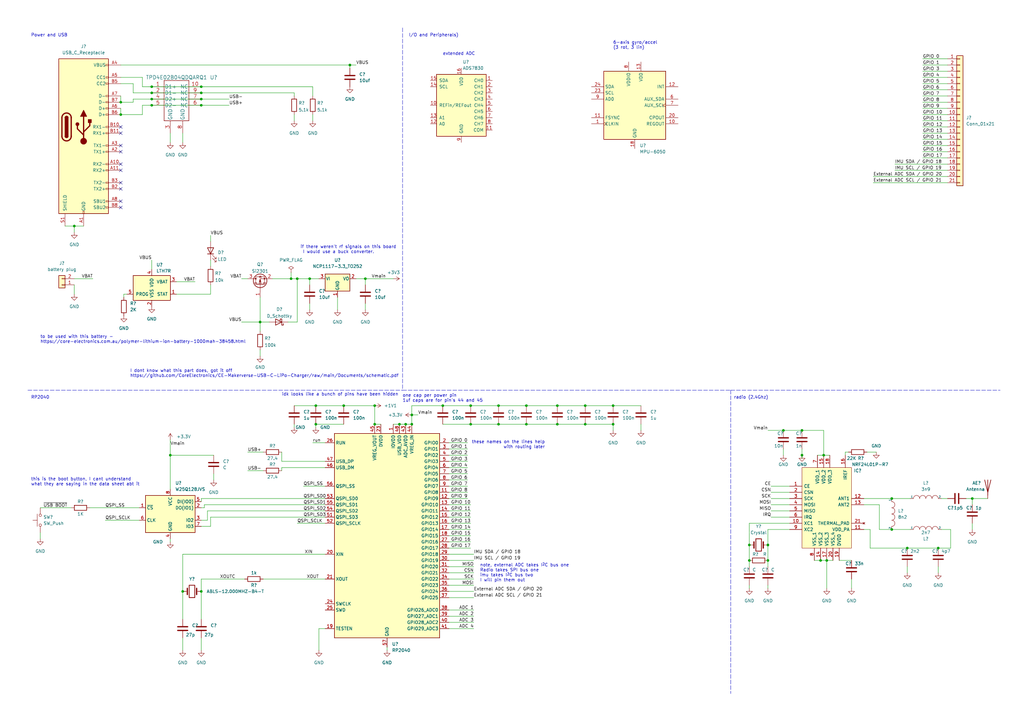
<source format=kicad_sch>
(kicad_sch (version 20211123) (generator eeschema)
  (paper "A3")
  (title_block (title "main"))
  (junction (at 337.82 186.69))
  (junction (at 240.03 173.99))
  (junction (at 204.47 166.37))
  (junction (at 372.11 224.79))
  (junction (at 328.93 186.69))
  (junction (at 163.83 173.99))
  (junction (at 62.23 35.56))
  (junction (at 193.04 166.37))
  (junction (at 143.51 26.67))
  (junction (at 129.54 173.99))
  (junction (at 307.34 229.87))
  (junction (at 168.91 173.99))
  (junction (at 69.85 186.69))
  (junction (at 251.46 166.37))
  (junction (at 168.91 170.18))
  (junction (at 149.86 114.3))
  (junction (at 30.48 92.71))
  (junction (at 328.93 176.53))
  (junction (at 121.92 114.3))
  (junction (at 398.78 204.47))
  (junction (at 62.23 40.64))
  (junction (at 336.55 229.87))
  (junction (at 365.76 204.47))
  (junction (at 204.47 173.99))
  (junction (at 127 114.3))
  (junction (at 307.34 223.52))
  (junction (at 119.38 114.3))
  (junction (at 49.53 41.91))
  (junction (at 240.03 166.37))
  (junction (at 153.67 173.99))
  (junction (at 228.6 173.99))
  (junction (at 215.9 166.37))
  (junction (at 129.54 166.37))
  (junction (at 228.6 166.37))
  (junction (at 314.96 229.87))
  (junction (at 49.53 46.99))
  (junction (at 181.61 166.37))
  (junction (at 166.37 173.99))
  (junction (at 140.97 166.37))
  (junction (at 82.55 40.64))
  (junction (at 314.96 223.52))
  (junction (at 74.93 242.57))
  (junction (at 365.76 217.17))
  (junction (at 153.67 166.37))
  (junction (at 106.68 132.08))
  (junction (at 251.46 173.99))
  (junction (at 82.55 242.57))
  (junction (at 339.09 229.87))
  (junction (at 193.04 173.99))
  (junction (at 82.55 35.56))
  (junction (at 321.31 176.53))
  (junction (at 215.9 173.99))
  (junction (at 82.55 43.18))
  (junction (at 384.81 224.79))
  (junction (at 62.23 43.18))
  (junction (at 82.55 38.1))
  (junction (at 62.23 38.1))
  (no_connect (at 49.53 54.61))
  (no_connect (at 49.53 52.07))
  (no_connect (at 49.53 74.93))
  (no_connect (at 49.53 77.47))
  (no_connect (at 49.53 85.09))
  (no_connect (at 49.53 82.55))
  (no_connect (at 49.53 67.31))
  (no_connect (at 49.53 69.85))
  (no_connect (at 49.53 59.69))
  (no_connect (at 49.53 62.23))
  (wire (pts (xy 168.91 173.99) (xy 168.91 170.18)))
  (wire (pts (xy 365.76 204.47) (xy 373.38 204.47)))
  (wire (pts (xy 184.15 242.57) (xy 194.31 242.57)))
  (wire (pts (xy 307.34 241.3) (xy 307.34 240.03)))
  (wire (pts (xy 121.92 114.3) (xy 127 114.3)))
  (wire (pts (xy 355.6 185.42) (xy 359.41 185.42)))
  (wire (pts (xy 316.23 199.39) (xy 323.85 199.39)))
  (polyline (pts (xy 165.1 11.43) (xy 165.1 160.02)))
  (wire (pts (xy 82.55 261.62) (xy 82.55 266.7)))
  (wire (pts (xy 30.48 92.71) (xy 30.48 95.25)))
  (wire (pts (xy 168.91 166.37) (xy 181.61 166.37)))
  (wire (pts (xy 184.15 214.63) (xy 193.04 214.63)))
  (wire (pts (xy 184.15 189.23) (xy 191.77 189.23)))
  (wire (pts (xy 120.65 49.53) (xy 120.65 46.99)))
  (wire (pts (xy 101.6 185.42) (xy 107.95 185.42)))
  (wire (pts (xy 86.36 212.09) (xy 133.35 212.09)))
  (wire (pts (xy 121.92 214.63) (xy 133.35 214.63)))
  (wire (pts (xy 99.06 132.08) (xy 106.68 132.08)))
  (wire (pts (xy 398.78 204.47) (xy 398.78 207.01)))
  (wire (pts (xy 335.28 186.69) (xy 337.82 186.69)))
  (wire (pts (xy 378.46 36.83) (xy 388.62 36.83)))
  (wire (pts (xy 367.03 69.85) (xy 388.62 69.85)))
  (wire (pts (xy 184.15 209.55) (xy 193.04 209.55)))
  (wire (pts (xy 184.15 227.33) (xy 194.31 227.33)))
  (wire (pts (xy 153.67 166.37) (xy 140.97 166.37)))
  (wire (pts (xy 82.55 213.36) (xy 85.09 213.36)))
  (wire (pts (xy 62.23 35.56) (xy 82.55 35.56)))
  (wire (pts (xy 82.55 38.1) (xy 120.65 38.1)))
  (wire (pts (xy 184.15 217.17) (xy 193.04 217.17)))
  (wire (pts (xy 128.27 49.53) (xy 128.27 46.99)))
  (wire (pts (xy 62.23 106.68) (xy 62.23 110.49)))
  (wire (pts (xy 184.15 257.81) (xy 194.31 257.81)))
  (wire (pts (xy 16.51 208.28) (xy 29.21 208.28)))
  (wire (pts (xy 307.34 223.52) (xy 307.34 229.87)))
  (wire (pts (xy 314.96 229.87) (xy 314.96 232.41)))
  (wire (pts (xy 168.91 170.18) (xy 171.45 170.18)))
  (wire (pts (xy 215.9 166.37) (xy 228.6 166.37)))
  (wire (pts (xy 82.55 35.56) (xy 128.27 35.56)))
  (wire (pts (xy 360.68 217.17) (xy 365.76 217.17)))
  (polyline (pts (xy 299.72 160.02) (xy 299.72 284.48)))
  (wire (pts (xy 354.33 204.47) (xy 365.76 204.47)))
  (wire (pts (xy 307.34 229.87) (xy 307.34 232.41)))
  (wire (pts (xy 149.86 124.46) (xy 149.86 127)))
  (wire (pts (xy 240.03 166.37) (xy 251.46 166.37)))
  (wire (pts (xy 378.46 26.67) (xy 388.62 26.67)))
  (wire (pts (xy 86.36 96.52) (xy 86.36 99.06)))
  (wire (pts (xy 119.38 114.3) (xy 121.92 114.3)))
  (wire (pts (xy 184.15 229.87) (xy 194.31 229.87)))
  (wire (pts (xy 204.47 166.37) (xy 215.9 166.37)))
  (wire (pts (xy 168.91 170.18) (xy 168.91 166.37)))
  (wire (pts (xy 127 114.3) (xy 130.81 114.3)))
  (wire (pts (xy 358.14 74.93) (xy 388.62 74.93)))
  (wire (pts (xy 184.15 224.79) (xy 193.04 224.79)))
  (wire (pts (xy 336.55 229.87) (xy 339.09 229.87)))
  (polyline (pts (xy 11.43 160.02) (xy 165.1 160.02)))
  (wire (pts (xy 54.61 41.91) (xy 54.61 40.64)))
  (wire (pts (xy 138.43 127) (xy 138.43 121.92)))
  (wire (pts (xy 69.85 220.98) (xy 69.85 222.25)))
  (wire (pts (xy 120.65 166.37) (xy 129.54 166.37)))
  (wire (pts (xy 129.54 173.99) (xy 129.54 175.26)))
  (wire (pts (xy 82.55 205.74) (xy 82.55 204.47)))
  (wire (pts (xy 240.03 173.99) (xy 251.46 173.99)))
  (wire (pts (xy 82.55 40.64) (xy 93.98 40.64)))
  (wire (pts (xy 215.9 173.99) (xy 228.6 173.99)))
  (wire (pts (xy 184.15 250.19) (xy 194.31 250.19)))
  (wire (pts (xy 49.53 39.37) (xy 49.53 41.91)))
  (wire (pts (xy 161.29 173.99) (xy 163.83 173.99)))
  (wire (pts (xy 228.6 173.99) (xy 240.03 173.99)))
  (wire (pts (xy 115.57 191.77) (xy 115.57 193.04)))
  (wire (pts (xy 120.65 38.1) (xy 120.65 39.37)))
  (wire (pts (xy 378.46 39.37) (xy 388.62 39.37)))
  (wire (pts (xy 181.61 166.37) (xy 193.04 166.37)))
  (wire (pts (xy 356.87 217.17) (xy 356.87 224.79)))
  (wire (pts (xy 398.78 204.47) (xy 405.13 204.47)))
  (wire (pts (xy 36.83 208.28) (xy 57.15 208.28)))
  (wire (pts (xy 184.15 219.71) (xy 193.04 219.71)))
  (wire (pts (xy 398.78 214.63) (xy 398.78 217.17)))
  (wire (pts (xy 62.23 40.64) (xy 82.55 40.64)))
  (wire (pts (xy 38.1 114.3) (xy 30.48 114.3)))
  (wire (pts (xy 184.15 207.01) (xy 193.04 207.01)))
  (wire (pts (xy 82.55 237.49) (xy 100.33 237.49)))
  (wire (pts (xy 129.54 166.37) (xy 140.97 166.37)))
  (wire (pts (xy 349.25 241.3) (xy 349.25 237.49)))
  (wire (pts (xy 74.93 261.62) (xy 74.93 266.7)))
  (wire (pts (xy 360.68 207.01) (xy 360.68 217.17)))
  (wire (pts (xy 106.68 132.08) (xy 110.49 132.08)))
  (wire (pts (xy 184.15 212.09) (xy 193.04 212.09)))
  (wire (pts (xy 119.38 111.76) (xy 119.38 114.3)))
  (wire (pts (xy 86.36 215.9) (xy 86.36 212.09)))
  (wire (pts (xy 74.93 58.42) (xy 74.93 54.61)))
  (wire (pts (xy 184.15 252.73) (xy 194.31 252.73)))
  (wire (pts (xy 86.36 116.84) (xy 86.36 120.65)))
  (wire (pts (xy 181.61 173.99) (xy 193.04 173.99)))
  (wire (pts (xy 128.27 181.61) (xy 133.35 181.61)))
  (wire (pts (xy 314.96 223.52) (xy 314.96 217.17)))
  (wire (pts (xy 328.93 186.69) (xy 328.93 187.96)))
  (wire (pts (xy 386.08 217.17) (xy 389.89 217.17)))
  (wire (pts (xy 328.93 184.15) (xy 328.93 186.69)))
  (wire (pts (xy 127 114.3) (xy 127 116.84)))
  (wire (pts (xy 130.81 266.7) (xy 130.81 257.81)))
  (wire (pts (xy 372.11 232.41) (xy 372.11 234.95)))
  (wire (pts (xy 193.04 173.99) (xy 204.47 173.99)))
  (wire (pts (xy 228.6 166.37) (xy 240.03 166.37)))
  (wire (pts (xy 344.17 229.87) (xy 349.25 229.87)))
  (wire (pts (xy 328.93 176.53) (xy 337.82 176.53)))
  (wire (pts (xy 323.85 214.63) (xy 307.34 214.63)))
  (wire (pts (xy 115.57 189.23) (xy 115.57 185.42)))
  (wire (pts (xy 337.82 176.53) (xy 337.82 186.69)))
  (wire (pts (xy 184.15 191.77) (xy 191.77 191.77)))
  (wire (pts (xy 163.83 173.99) (xy 166.37 173.99)))
  (wire (pts (xy 307.34 214.63) (xy 307.34 223.52)))
  (wire (pts (xy 184.15 222.25) (xy 193.04 222.25)))
  (wire (pts (xy 82.55 242.57) (xy 82.55 254)))
  (wire (pts (xy 378.46 52.07) (xy 388.62 52.07)))
  (wire (pts (xy 58.42 43.18) (xy 58.42 46.99)))
  (wire (pts (xy 378.46 24.13) (xy 388.62 24.13)))
  (wire (pts (xy 346.71 186.69) (xy 346.71 185.42)))
  (wire (pts (xy 378.46 34.29) (xy 388.62 34.29)))
  (wire (pts (xy 346.71 185.42) (xy 347.98 185.42)))
  (wire (pts (xy 365.76 217.17) (xy 373.38 217.17)))
  (wire (pts (xy 184.15 194.31) (xy 191.77 194.31)))
  (wire (pts (xy 133.35 189.23) (xy 115.57 189.23)))
  (wire (pts (xy 62.23 43.18) (xy 82.55 43.18)))
  (wire (pts (xy 358.14 72.39) (xy 388.62 72.39)))
  (wire (pts (xy 166.37 173.99) (xy 168.91 173.99)))
  (wire (pts (xy 30.48 116.84) (xy 30.48 120.65)))
  (wire (pts (xy 378.46 57.15) (xy 388.62 57.15)))
  (wire (pts (xy 396.24 204.47) (xy 398.78 204.47)))
  (wire (pts (xy 316.23 209.55) (xy 323.85 209.55)))
  (wire (pts (xy 354.33 217.17) (xy 356.87 217.17)))
  (wire (pts (xy 378.46 31.75) (xy 388.62 31.75)))
  (wire (pts (xy 107.95 237.49) (xy 133.35 237.49)))
  (wire (pts (xy 82.55 208.28) (xy 83.82 208.28)))
  (wire (pts (xy 133.35 191.77) (xy 115.57 191.77)))
  (wire (pts (xy 143.51 26.67) (xy 146.05 26.67)))
  (wire (pts (xy 251.46 166.37) (xy 262.89 166.37)))
  (wire (pts (xy 153.67 173.99) (xy 153.67 166.37)))
  (wire (pts (xy 184.15 186.69) (xy 191.77 186.69)))
  (wire (pts (xy 111.76 114.3) (xy 119.38 114.3)))
  (wire (pts (xy 34.29 92.71) (xy 30.48 92.71)))
  (wire (pts (xy 74.93 227.33) (xy 74.93 242.57)))
  (wire (pts (xy 386.08 204.47) (xy 388.62 204.47)))
  (wire (pts (xy 129.54 173.99) (xy 140.97 173.99)))
  (wire (pts (xy 378.46 64.77) (xy 388.62 64.77)))
  (wire (pts (xy 85.09 213.36) (xy 85.09 209.55)))
  (wire (pts (xy 314.96 176.53) (xy 321.31 176.53)))
  (wire (pts (xy 69.85 180.34) (xy 69.85 186.69)))
  (wire (pts (xy 316.23 201.93) (xy 323.85 201.93)))
  (wire (pts (xy 384.81 224.79) (xy 389.89 224.79)))
  (wire (pts (xy 339.09 229.87) (xy 339.09 241.3)))
  (wire (pts (xy 106.68 143.51) (xy 106.68 146.05)))
  (polyline (pts (xy 165.1 160.02) (xy 299.72 160.02)))
  (wire (pts (xy 314.96 241.3) (xy 314.96 240.03)))
  (wire (pts (xy 124.46 199.39) (xy 133.35 199.39)))
  (wire (pts (xy 26.67 92.71) (xy 30.48 92.71)))
  (wire (pts (xy 82.55 215.9) (xy 86.36 215.9)))
  (wire (pts (xy 143.51 26.67) (xy 143.51 27.94)))
  (wire (pts (xy 49.53 31.75) (xy 58.42 31.75)))
  (wire (pts (xy 72.39 120.65) (xy 86.36 120.65)))
  (wire (pts (xy 262.89 173.99) (xy 262.89 176.53)))
  (wire (pts (xy 72.39 115.57) (xy 80.01 115.57)))
  (wire (pts (xy 378.46 46.99) (xy 388.62 46.99)))
  (wire (pts (xy 43.18 213.36) (xy 57.15 213.36)))
  (wire (pts (xy 99.06 114.3) (xy 101.6 114.3)))
  (wire (pts (xy 316.23 212.09) (xy 323.85 212.09)))
  (polyline (pts (xy 299.72 160.02) (xy 410.21 160.02)))
  (wire (pts (xy 82.55 237.49) (xy 82.55 242.57)))
  (wire (pts (xy 49.53 44.45) (xy 49.53 46.99)))
  (wire (pts (xy 58.42 46.99) (xy 49.53 46.99)))
  (wire (pts (xy 106.68 132.08) (xy 106.68 135.89)))
  (wire (pts (xy 184.15 201.93) (xy 191.77 201.93)))
  (wire (pts (xy 372.11 224.79) (xy 384.81 224.79)))
  (wire (pts (xy 58.42 35.56) (xy 62.23 35.56)))
  (wire (pts (xy 354.33 207.01) (xy 360.68 207.01)))
  (wire (pts (xy 316.23 207.01) (xy 323.85 207.01)))
  (wire (pts (xy 54.61 34.29) (xy 54.61 38.1)))
  (wire (pts (xy 184.15 237.49) (xy 194.31 237.49)))
  (wire (pts (xy 378.46 44.45) (xy 388.62 44.45)))
  (wire (pts (xy 337.82 186.69) (xy 340.36 186.69)))
  (wire (pts (xy 106.68 121.92) (xy 106.68 132.08)))
  (wire (pts (xy 321.31 184.15) (xy 321.31 186.69)))
  (wire (pts (xy 367.03 67.31) (xy 388.62 67.31)))
  (wire (pts (xy 378.46 49.53) (xy 388.62 49.53)))
  (wire (pts (xy 62.23 38.1) (xy 82.55 38.1)))
  (wire (pts (xy 127 124.46) (xy 127 127)))
  (wire (pts (xy 204.47 173.99) (xy 215.9 173.99)))
  (wire (pts (xy 378.46 54.61) (xy 388.62 54.61)))
  (wire (pts (xy 184.15 245.11) (xy 194.31 245.11)))
  (wire (pts (xy 184.15 234.95) (xy 194.31 234.95)))
  (wire (pts (xy 86.36 106.68) (xy 86.36 109.22)))
  (wire (pts (xy 121.92 114.3) (xy 121.92 132.08)))
  (wire (pts (xy 49.53 34.29) (xy 54.61 34.29)))
  (wire (pts (xy 356.87 224.79) (xy 372.11 224.79)))
  (wire (pts (xy 158.75 265.43) (xy 158.75 266.7)))
  (wire (pts (xy 87.63 186.69) (xy 69.85 186.69)))
  (wire (pts (xy 184.15 184.15) (xy 191.77 184.15)))
  (wire (pts (xy 384.81 232.41) (xy 384.81 234.95)))
  (wire (pts (xy 62.23 43.18) (xy 58.42 43.18)))
  (wire (pts (xy 128.27 35.56) (xy 128.27 39.37)))
  (wire (pts (xy 82.55 43.18) (xy 93.98 43.18)))
  (wire (pts (xy 50.8 120.65) (xy 50.8 121.92)))
  (wire (pts (xy 83.82 207.01) (xy 133.35 207.01)))
  (wire (pts (xy 54.61 38.1) (xy 62.23 38.1)))
  (wire (pts (xy 146.05 114.3) (xy 149.86 114.3)))
  (wire (pts (xy 69.85 58.42) (xy 69.85 54.61)))
  (wire (pts (xy 339.09 229.87) (xy 341.63 229.87)))
  (wire (pts (xy 251.46 173.99) (xy 251.46 176.53)))
  (wire (pts (xy 184.15 240.03) (xy 194.31 240.03)))
  (wire (pts (xy 389.89 217.17) (xy 389.89 224.79)))
  (wire (pts (xy 54.61 40.64) (xy 62.23 40.64)))
  (wire (pts (xy 83.82 208.28) (xy 83.82 207.01)))
  (wire (pts (xy 130.81 257.81) (xy 133.35 257.81)))
  (wire (pts (xy 49.53 26.67) (xy 143.51 26.67)))
  (wire (pts (xy 316.23 204.47) (xy 323.85 204.47)))
  (wire (pts (xy 378.46 62.23) (xy 388.62 62.23)))
  (wire (pts (xy 101.6 193.04) (xy 107.95 193.04)))
  (wire (pts (xy 321.31 176.53) (xy 328.93 176.53)))
  (wire (pts (xy 184.15 232.41) (xy 194.31 232.41)))
  (wire (pts (xy 378.46 41.91) (xy 388.62 41.91)))
  (wire (pts (xy 378.46 59.69) (xy 388.62 59.69)))
  (wire (pts (xy 120.65 173.99) (xy 120.65 175.26)))
  (wire (pts (xy 58.42 31.75) (xy 58.42 35.56)))
  (wire (pts (xy 184.15 255.27) (xy 194.31 255.27)))
  (wire (pts (xy 184.15 196.85) (xy 191.77 196.85)))
  (wire (pts (xy 149.86 114.3) (xy 161.29 114.3)))
  (wire (pts (xy 378.46 29.21) (xy 388.62 29.21)))
  (wire (pts (xy 49.53 41.91) (xy 54.61 41.91)))
  (wire (pts (xy 118.11 132.08) (xy 121.92 132.08)))
  (wire (pts (xy 314.96 223.52) (xy 314.96 229.87)))
  (wire (pts (xy 69.85 186.69) (xy 69.85 200.66)))
  (wire (pts (xy 153.67 173.99) (xy 156.21 173.99)))
  (wire (pts (xy 74.93 242.57) (xy 74.93 254)))
  (wire (pts (xy 82.55 204.47) (xy 133.35 204.47)))
  (wire (pts (xy 184.15 199.39) (xy 191.77 199.39)))
  (wire (pts (xy 149.86 114.3) (xy 149.86 116.84)))
  (wire (pts (xy 184.15 181.61) (xy 191.77 181.61)))
  (wire (pts (xy 85.09 209.55) (xy 133.35 209.55)))
  (wire (pts (xy 334.01 229.87) (xy 336.55 229.87)))
  (wire (pts (xy 133.35 227.33) (xy 74.93 227.33)))
  (wire (pts (xy 87.63 194.31) (xy 87.63 196.85)))
  (wire (pts (xy 52.07 120.65) (xy 50.8 120.65)))
  (wire (pts (xy 16.51 218.44) (xy 16.51 220.98)))
  (wire (pts (xy 314.96 217.17) (xy 323.85 217.17)))
  (wire (pts (xy 184.15 204.47) (xy 191.77 204.47)))
  (wire (pts (xy 193.04 166.37) (xy 204.47 166.37)))
  (text "I dont know what this part does, got it off \nhttps://github.com/CoreElectronics/CE-Makerverse-USB-C-LiPo-Charger/raw/main/Documents/schematic.pdf" (at 53.34 154.94 0) (effects (font (size 1.27 1.27)) (justify left bottom)))
  (text "6-axis gyro/accel \n(3 rot, 3 lin)" (at 251.46 20.32 0) (effects (font (size 1.27 1.27)) (justify left bottom)))
  (text "radio (2.4Ghz)" (at 300.99 163.83 0) (effects (font (size 1.27 1.27)) (justify left bottom)))
  (text "if there weren't rf signals on this board\n I would use a buck converter.\n" (at 123.19 104.14 0) (effects (font (size 1.27 1.27)) (justify left bottom)))
  (text "note, external ADC takes I^{2}C bus one\nRadio takes SPI bus one\nimu takes I^{2}C bus two\nI will pin them out" (at 196.85 238.76 0) (effects (font (size 1.27 1.27)) (justify left bottom)))
  (text "this is the boot button, I cant understand\nwhat they are saying in the data sheet abt it" (at 12.7 199.39 0) (effects (font (size 1.27 1.27)) (justify left bottom)))
  (text "idk looks like a bunch of pins have been hidden\n" (at 115.57 162.56 0) (effects (font (size 1.27 1.27)) (justify left bottom)))
  (text "extended ADC" (at 181.61 22.86 0) (effects (font (size 1.27 1.27)) (justify left bottom)))
  (text "I/O and Peripherals)" (at 167.64 15.24 0) (effects (font (size 1.27 1.27)) (justify left bottom)))
  (text "RP2040" (at 12.7 163.83 0) (effects (font (size 1.27 1.27)) (justify left bottom)))
  (text "these names on the lines help\nwith routing later\n" (at 223.52 184.15 180) (effects (font (size 1.27 1.27)) (justify right bottom)))
  (text "one cap per power pin\n1uf caps are for pin's 44 and 45" (at 165.1 165.1 0) (effects (font (size 1.27 1.27)) (justify left bottom)))
  (text "to be used with this battery -\nhttps://core-electronics.com.au/polymer-lithium-ion-battery-1000mah-38458.html" (at 16.51 140.97 0) (effects (font (size 1.27 1.27)) (justify left bottom)))
  (text "Power and USB " (at 12.7 15.24 0) (effects (font (size 1.27 1.27)) (justify left bottom)))
  (label "VBUS" (at 99.06 132.08 180))
  (label "~{USB BOOT}" (at 17.78 208.28 0))
  (label "VBUS" (at 62.23 106.68 180))
  (label "QSPI_SD0" (at 124.46 204.47 0))
  (label "IRQ" (at 316.23 212.09 180))
  (label "USB+" (at 101.6 185.42 0))
  (label "IMU SDA {slash} GPIO 18" (at 367.03 67.31 0))
  (label "QSPI_SD2" (at 124.46 209.55 0))
  (label "GPIO 11" (at 193.04 209.55 180))
  (label "MOSI" (at 194.31 240.03 180))
  (label "GPIO 3" (at 378.46 29.21 0))
  (label "External ADC SCL {slash} GPIO 21" (at 358.14 74.93 0))
  (label "MOSI" (at 316.23 207.01 180))
  (label "ADC 1" (at 194.31 250.19 180))
  (label "GPIO 17" (at 193.04 224.79 180))
  (label "MISO" (at 316.23 209.55 180))
  (label "QSPI_SCLK" (at 43.18 213.36 0))
  (label "XOUTC" (at 96.52 237.49 180))
  (label "VBUS" (at 146.05 26.67 0))
  (label "GPIO 0" (at 378.46 24.13 0))
  (label "GPIO 9" (at 191.77 204.47 180))
  (label "GPIO 7" (at 378.46 39.37 0))
  (label "VBAT" (at 99.06 114.3 180))
  (label "USB-" (at 101.6 193.04 0))
  (label "GPIO 2" (at 191.77 186.69 180))
  (label "GPIO 0" (at 191.77 181.61 180))
  (label "Vmain" (at 171.45 170.18 0))
  (label "GPIO 5" (at 191.77 194.31 180))
  (label "GPIO 12" (at 193.04 212.09 180))
  (label "SCK" (at 316.23 204.47 180))
  (label "IMU SCL {slash} GPIO 19" (at 194.31 229.87 0))
  (label "XOUT" (at 130.81 237.49 180))
  (label "GPIO 3" (at 191.77 189.23 180))
  (label "GPIO 17" (at 378.46 64.77 0))
  (label "GPIO 14" (at 378.46 57.15 0))
  (label "External ADC SDA {slash} GPIO 20" (at 358.14 72.39 0))
  (label "GPIO 16" (at 193.04 222.25 180))
  (label "GPIO 6" (at 191.77 196.85 180))
  (label "VBAT" (at 80.01 115.57 180))
  (label "GPIO 12" (at 378.46 52.07 0))
  (label "GPIO 5" (at 378.46 34.29 0))
  (label "QSPI_SCLK" (at 121.92 214.63 0))
  (label "QSPI_SD1" (at 124.46 207.01 0))
  (label "SCK" (at 194.31 237.49 180))
  (label "GPIO 8" (at 378.46 41.91 0))
  (label "CSN" (at 194.31 234.95 180))
  (label "CE" (at 316.23 199.39 180))
  (label "USB+" (at 93.98 43.18 0))
  (label "GPIO 14" (at 193.04 217.17 180))
  (label "GPIO 10" (at 193.04 207.01 180))
  (label "MISO" (at 194.31 232.41 180))
  (label "XIN" (at 128.27 227.33 180))
  (label "GPIO 1" (at 191.77 184.15 180))
  (label "GPIO 7" (at 191.77 199.39 180))
  (label "Vmain" (at 314.96 176.53 180))
  (label "GPIO 4" (at 378.46 31.75 0))
  (label "QSPI_SS" (at 124.46 199.39 0))
  (label "GPIO 13" (at 378.46 54.61 0))
  (label "GPIO 6" (at 378.46 36.83 0))
  (label "IMU SDA {slash} GPIO 18" (at 194.31 227.33 0))
  (label "ADC 4" (at 194.31 257.81 180))
  (label "GPIO 9" (at 378.46 44.45 0))
  (label "USB-" (at 93.98 40.64 0))
  (label "VBAT" (at 38.1 114.3 180))
  (label "GPIO 4" (at 191.77 191.77 180))
  (label "GPIO 10" (at 378.46 46.99 0))
  (label "GPIO 11" (at 378.46 49.53 0))
  (label "GPIO 13" (at 193.04 214.63 180))
  (label "GPIO 16" (at 378.46 62.23 0))
  (label "VBUS" (at 86.36 96.52 0))
  (label "GPIO 8" (at 191.77 201.93 180))
  (label "QSPI_SS" (at 43.18 208.28 0))
  (label "Vmain" (at 152.4 114.3 0))
  (label "ADC 2" (at 194.31 252.73 180))
  (label "GPIO 1" (at 378.46 26.67 0))
  (label "ADC 3" (at 194.31 255.27 180))
  (label "Vmain" (at 69.85 182.88 0))
  (label "External ADC SDA {slash} GPIO 20" (at 194.31 242.57 0))
  (label "QSPI_SD3" (at 124.46 212.09 0))
  (label "GPIO 15" (at 193.04 219.71 180))
  (label "run" (at 128.27 181.61 0))
  (label "External ADC SCL {slash} GPIO 21" (at 194.31 245.11 0))
  (label "CSN" (at 316.23 201.93 180))
  (label "GPIO 15" (at 378.46 59.69 0))
  (label "IMU SCL {slash} GPIO 19" (at 367.03 69.85 0))
  (symbol (lib_id "Regulator_Linear:NCP1117-3.3_TO252") (at 138.43 114.3 0) (unit 1)
    (property "Reference" "U?" (at 138.43 106.68 0))
    (property "Value" "NCP1117-3.3_TO252" (at 138.43 109.22 0))
    (property "Footprint" "Package_TO_SOT_SMD:TO-252-2" (effects hide))
    (property "Datasheet" "http://www.onsemi.com/pub_link/Collateral/NCP1117-D.PDF" (effects hide))
  )
  (symbol (lib_id "Device:C") (at 251.46 170.18 0) (unit 1)
    (property "Reference" "C?" (at 255.27 168.9099 0) (effects (justify left)))
    (property "Value" "100n" (at 255.27 171.4499 0) (effects (justify left)))
  )
  (symbol (lib_id "Device:C") (at 120.65 170.18 0) (unit 1)
    (property "Reference" "C?" (at 124.46 168.9099 0) (effects (justify left)))
    (property "Value" "1u" (at 124.46 171.4499 0) (effects (justify left)))
  )
  (symbol (lib_id "power:GND") (at 384.81 234.95 0) (unit 1)
    (property "Reference" "#PWR?" (effects hide))
    (property "Value" "GND" (at 384.81 240.03 0))
  )
  (symbol (lib_id "power:GND") (at 87.63 196.85 0) (unit 1)
    (property "Reference" "#PWR?" (effects hide))
    (property "Value" "GND" (at 87.63 201.93 0))
  )
  (symbol (lib_id "Device:C") (at 140.97 170.18 0) (unit 1)
    (property "Reference" "C?" (at 144.78 168.9099 0) (effects (justify left)))
    (property "Value" "100n" (at 144.78 171.4499 0) (effects (justify left)))
  )
  (symbol (lib_id "Device:C") (at 143.51 31.75 0) (unit 1)
    (property "Reference" "C?" (at 147.32 30.4799 0) (effects (justify left)))
    (property "Value" "10uf" (at 147.32 33.0199 0) (effects (justify left)))
  )
  (symbol (lib_id "power:GND") (at 69.85 222.25 0) (unit 1)
    (property "Reference" "#PWR?" (effects hide))
    (property "Value" "GND" (at 64.77 222.25 0))
  )
  (symbol (lib_id "TPD4E02B04QDQARQ1:TPD4E02B04QDQARQ1") (at 72.39 41.91 0) (unit 1)
    (property "Reference" "U?" (at 87.63 31.75 0) (effects (font (size 1.524 1.524))))
    (property "Value" "TPD4E02B04QDQARQ1" (at 72.39 31.75 0) (effects (font (size 1.524 1.524))))
    (property "Footprint" "DQA0010A" (effects hide))
  )
  (symbol (lib_id "power:GND") (at 149.86 127 0) (unit 1)
    (property "Reference" "#PWR?" (effects hide))
    (property "Value" "GND" (at 149.86 132.08 0))
  )
  (symbol (lib_id "Device:C") (at 228.6 170.18 0) (unit 1)
    (property "Reference" "C?" (at 232.41 168.9099 0) (effects (justify left)))
    (property "Value" "100n" (at 232.41 171.4499 0) (effects (justify left)))
  )
  (symbol (lib_id "power:GND") (at 129.54 175.26 0) (unit 1)
    (property "Reference" "#PWR?" (effects hide))
    (property "Value" "GND" (at 133.35 175.26 0))
  )
  (symbol (lib_id "Device:C") (at 384.81 228.6 0) (unit 1)
    (property "Reference" "C?" (at 382.27 226.06 0) (effects (justify left)))
    (property "Value" "4p7" (at 386.08 226.06 0) (effects (justify left)))
  )
  (symbol (lib_id "Device:Crystal") (at 311.15 223.52 180) (unit 1)
    (property "Reference" "Y?" (at 311.15 215.9 0))
    (property "Value" "Crystal" (at 311.15 218.44 0))
  )
  (symbol (lib_id "power:GND") (at 251.46 176.53 0) (unit 1)
    (property "Reference" "#PWR?" (effects hide))
    (property "Value" "GND" (at 251.46 181.61 0))
  )
  (symbol (lib_id "Battery_Management:MCP73832-2-OT") (at 62.23 118.11 0) (unit 1)
    (property "Reference" "U?" (at 64.135 108.585 0) (effects (justify left)))
    (property "Value" "LTH7R" (at 64.135 111.125 0) (effects (justify left)))
    (property "Footprint" "Package_TO_SOT_SMD:SOT-23-5" (effects hide))
    (property "Datasheet" "http://ww1.microchip.com/downloads/en/DeviceDoc/20001984g.pdf" (effects hide))
  )
  (symbol (lib_id "power:GND") (at 120.65 49.53 0) (unit 1)
    (property "Reference" "#PWR?" (effects hide))
    (property "Value" "GND" (at 120.65 54.61 0))
  )
  (symbol (lib_id "Device:Q_PMOS_GSD") (at 106.68 116.84 90) (unit 1)
    (property "Reference" "Q?" (at 106.68 108.4285 90))
    (property "Value" "Si2301" (at 106.68 111.2036 90))
    (property "Footprint" "Package_TO_SOT_SMD:SOT-23" (effects hide))
  )
  (symbol (lib_id "Device:LED") (at 86.36 102.87 90) (unit 1)
    (property "Reference" "D?" (at 89.281 103.549 90) (effects (justify right)))
    (property "Value" "LED" (at 89.281 106.3241 90) (effects (justify right)))
    (property "Footprint" "LED_SMD:LED_0603_1608Metric" (effects hide))
  )
  (symbol (lib_id "Connector_Generic:Conn_01x21") (at 393.7 49.53 0) (unit 1)
    (property "Reference" "J?" (at 396.24 48.2599 0) (effects (justify left)))
    (property "Value" "Conn_01x21" (at 396.24 50.7999 0) (effects (justify left)))
    (property "Footprint" "edge tabs:Edge solder pads x21" (effects hide))
  )
  (symbol (lib_id "power:GND") (at 398.78 217.17 0) (unit 1)
    (property "Reference" "#PWR?" (effects hide))
    (property "Value" "GND" (at 398.78 222.25 0))
  )
  (symbol (lib_id "Device:R") (at 106.68 139.7 0) (unit 1)
    (property "Reference" "R?" (at 108.458 138.7915 0) (effects (justify left)))
    (property "Value" "100k" (at 108.458 141.5666 0) (effects (justify left)))
    (property "Footprint" "Resistor_SMD:R_0402_1005Metric" (effects hide))
  )
  (symbol (lib_id "power:+1V1") (at 153.67 166.37 270) (unit 1)
    (property "Reference" "#PWR?" (effects hide))
    (property "Value" "+1V1" (at 157.48 166.3699 90) (effects (justify left)))
  )
  (symbol (lib_id "power:+3.3V") (at 69.85 180.34 0) (unit 1)
    (property "Reference" "#PWR?" (effects hide))
    (property "Value" "+3.3V" (at 72.39 179.0699 0) (effects (justify left)))
  )
  (symbol (lib_id "power:GND") (at 372.11 234.95 0) (unit 1)
    (property "Reference" "#PWR?" (effects hide))
    (property "Value" "GND" (at 372.11 240.03 0))
  )
  (symbol (lib_id "power:GND") (at 62.23 125.73 0) (unit 1)
    (property "Reference" "#PWR?" (effects hide))
    (property "Value" "GND" (at 62.23 130.81 0))
  )
  (symbol (lib_id "power:GND") (at 74.93 266.7 0) (unit 1)
    (property "Reference" "#PWR?" (effects hide))
    (property "Value" "GND" (at 74.93 271.78 0))
  )
  (symbol (lib_id "power:GND") (at 127 127 0) (unit 1)
    (property "Reference" "#PWR?" (effects hide))
    (property "Value" "GND" (at 127 132.08 0))
  )
  (symbol (lib_id "Device:C") (at 215.9 170.18 0) (unit 1)
    (property "Reference" "C?" (at 219.71 168.9099 0) (effects (justify left)))
    (property "Value" "100n" (at 219.71 171.4499 0) (effects (justify left)))
  )
  (symbol (lib_id "Device:C") (at 307.34 236.22 0) (unit 1)
    (property "Reference" "C?" (at 304.8 233.68 0) (effects (justify left)))
    (property "Value" "C" (at 308.61 233.68 0) (effects (justify left)))
  )
  (symbol (lib_id "Sensor_Motion:MPU-6050") (at 260.35 43.18 0) (unit 1)
    (property "Reference" "U?" (at 262.3694 59.69 0) (effects (justify left)))
    (property "Value" "MPU-6050" (at 262.3694 62.23 0) (effects (justify left)))
    (property "Footprint" "Sensor_Motion:InvenSense_QFN-24_4x4mm_P0.5mm" (effects hide))
    (property "Datasheet" "https://store.invensense.com/datasheets/invensense/MPU-6050_DataSheet_V3%204.pdf" (effects hide))
  )
  (symbol (lib_id "pspice:INDUCTOR") (at 379.73 217.17 0) (unit 1)
    (property "Reference" "L?" (at 379.73 220.98 0))
    (property "Value" "2n7" (at 379.73 218.44 0))
  )
  (symbol (lib_id "Device:C") (at 372.11 228.6 0) (unit 1)
    (property "Reference" "C?" (at 369.57 226.06 0) (effects (justify left)))
    (property "Value" "2n2" (at 373.38 226.06 0) (effects (justify left)))
  )
  (symbol (lib_id "power:GND") (at 82.55 266.7 0) (unit 1)
    (property "Reference" "#PWR?" (effects hide))
    (property "Value" "GND" (at 82.55 271.78 0))
  )
  (symbol (lib_id "Device:C") (at 321.31 180.34 0) (unit 1)
    (property "Reference" "C?" (at 318.77 177.8 0) (effects (justify left)))
    (property "Value" "10n" (at 317.5 182.88 0) (effects (justify left)))
  )
  (symbol (lib_id "Connector:USB_C_Receptacle") (at 34.29 52.07 0) (unit 1)
    (property "Reference" "J?" (at 34.29 19.05 0))
    (property "Value" "USB_C_Receptacle" (at 34.29 21.59 0))
    (property "Datasheet" "https://www.usb.org/sites/default/files/documents/usb_type-c.zip" (effects hide))
  )
  (symbol (lib_id "Device:R") (at 311.15 229.87 90) (unit 1)
    (property "Reference" "R?" (at 309.88 227.33 90))
    (property "Value" "R" (at 313.69 227.33 90))
  )
  (symbol (lib_id "Device:R") (at 86.36 113.03 0) (unit 1)
    (property "Reference" "R?" (at 88.138 112.1215 0) (effects (justify left)))
    (property "Value" "10k" (at 88.138 114.8966 0) (effects (justify left)))
    (property "Footprint" "Resistor_SMD:R_0402_1005Metric" (effects hide))
  )
  (symbol (lib_id "Device:C") (at 204.47 170.18 0) (unit 1)
    (property "Reference" "C?" (at 208.28 168.9099 0) (effects (justify left)))
    (property "Value" "100n" (at 208.28 171.4499 0) (effects (justify left)))
  )
  (symbol (lib_id "power:GND") (at 128.27 49.53 0) (unit 1)
    (property "Reference" "#PWR?" (effects hide))
    (property "Value" "GND" (at 128.27 54.61 0))
  )
  (symbol (lib_id "power:GND") (at 349.25 241.3 0) (unit 1)
    (property "Reference" "#PWR?" (effects hide))
    (property "Value" "GND" (at 349.25 246.38 0))
  )
  (symbol (lib_id "pspice:INDUCTOR") (at 379.73 204.47 0) (unit 1)
    (property "Reference" "L?" (at 379.73 198.12 0))
    (property "Value" "3n9" (at 379.73 200.66 0))
  )
  (symbol (lib_id "Device:C") (at 181.61 170.18 0) (unit 1)
    (property "Reference" "C?" (at 185.42 168.9099 0) (effects (justify left)))
    (property "Value" "100n" (at 185.42 171.4499 0) (effects (justify left)))
  )
  (symbol (lib_id "power:+3V3") (at 161.29 114.3 270) (unit 1)
    (property "Reference" "#PWR?" (effects hide))
    (property "Value" "+3V3" (at 158.75 111.76 90) (effects (justify left)))
  )
  (symbol (lib_id "Device:R") (at 120.65 43.18 0) (unit 1)
    (property "Reference" "R?" (at 122.428 42.2715 0) (effects (justify left)))
    (property "Value" "5.1k" (at 122.428 45.0466 0) (effects (justify left)))
    (property "Footprint" "Resistor_SMD:R_0402_1005Metric" (effects hide))
  )
  (symbol (lib_id "Device:R") (at 50.8 125.73 0) (unit 1)
    (property "Reference" "R?" (at 53.34 124.4599 0) (effects (justify left)))
    (property "Value" "2K" (at 53.34 126.9999 0) (effects (justify left)))
  )
  (symbol (lib_id "Device:C") (at 82.55 257.81 0) (unit 1)
    (property "Reference" "C?" (at 86.36 256.5399 0) (effects (justify left)))
    (property "Value" "27p" (at 83.82 260.35 0) (effects (justify left)))
  )
  (symbol (lib_id "Device:D_Schottky") (at 114.3 132.08 180) (unit 1)
    (property "Reference" "D?" (at 114.6175 126.8435 0))
    (property "Value" "D_Schottky" (at 114.6175 129.6186 0))
    (property "Footprint" "Diode_SMD:D_SMA" (effects hide))
  )
  (symbol (lib_id "Device:C") (at 87.63 190.5 0) (unit 1)
    (property "Reference" "C?" (at 91.44 189.2299 0) (effects (justify left)))
    (property "Value" "C" (at 91.44 191.7699 0) (effects (justify left)))
  )
  (symbol (lib_id "Device:Antenna") (at 405.13 199.39 0) (unit 1)
    (property "Reference" "AE?" (at 398.78 198.12 0) (effects (justify left)))
    (property "Value" "Antenna" (at 396.24 200.66 0) (effects (justify left)))
  )
  (symbol (lib_id "Switch:SW_Push") (at 16.51 213.36 90) (unit 1)
    (property "Reference" "SW?" (at 17.78 212.0899 90) (effects (justify right)))
    (property "Value" "SW_Push" (at 17.78 214.6299 90) (effects (justify right)))
  )
  (symbol (lib_id "Analog_DAC:ADS7830") (at 189.23 43.18 0) (mirror y) (unit 1)
    (property "Reference" "U?" (at 189.7506 25.4 0) (effects (justify right)))
    (property "Value" "ADS7830" (at 189.7506 27.94 0) (effects (justify right)))
    (property "Footprint" "Package_SO:TSSOP-16_4.4x5mm_P0.65mm" (effects hide))
    (property "Datasheet" "http://www.ti.com/lit/ds/symlink/ads7830.pdf" (effects hide))
  )
  (symbol (lib_id "power:GND") (at 314.96 241.3 0) (unit 1)
    (property "Reference" "#PWR?" (effects hide))
    (property "Value" "GND" (at 314.96 246.38 0))
  )
  (symbol (lib_id "power:GND") (at 359.41 185.42 0) (unit 1)
    (property "Reference" "#PWR?" (effects hide))
    (property "Value" "GND" (at 359.41 182.88 0))
  )
  (symbol (lib_id "Device:C") (at 349.25 233.68 0) (unit 1)
    (property "Reference" "C?" (at 346.71 231.14 0) (effects (justify left)))
    (property "Value" "33n" (at 350.52 231.14 0) (effects (justify left)))
  )
  (symbol (lib_id "power:PWR_FLAG") (at 119.38 111.76 0) (unit 1)
    (property "Reference" "#FLG?" (effects hide))
    (property "Value" "PWR_FLAG" (at 119.38 106.68 0))
  )
  (symbol (lib_id "Device:C") (at 240.03 170.18 0) (unit 1)
    (property "Reference" "C?" (at 243.84 168.9099 0) (effects (justify left)))
    (property "Value" "100n" (at 243.84 171.4499 0) (effects (justify left)))
  )
  (symbol (lib_id "power:GND") (at 69.85 58.42 0) (unit 1)
    (property "Reference" "#PWR?" (effects hide))
    (property "Value" "GND" (at 69.85 63.5 0))
  )
  (symbol (lib_id "Device:C") (at 149.86 120.65 0) (unit 1)
    (property "Reference" "C?" (at 153.67 119.3799 0) (effects (justify left)))
    (property "Value" "10uf" (at 153.67 121.9199 0) (effects (justify left)))
  )
  (symbol (lib_id "Device:R") (at 33.02 208.28 90) (unit 1)
    (property "Reference" "R?" (at 33.02 205.74 90))
    (property "Value" "1K" (at 33.02 210.82 90))
  )
  (symbol (lib_id "power:GND") (at 130.81 266.7 0) (unit 1)
    (property "Reference" "#PWR?" (effects hide))
    (property "Value" "GND" (at 130.81 271.78 0))
  )
  (symbol (lib_id "Device:C") (at 74.93 257.81 0) (unit 1)
    (property "Reference" "C?" (at 78.74 256.5399 0) (effects (justify left)))
    (property "Value" "27p" (at 76.2 260.35 0) (effects (justify left)))
  )
  (symbol (lib_id "Device:Crystal") (at 78.74 242.57 180) (unit 1)
    (property "Reference" "Y?" (at 78.74 237.49 0))
    (property "Value" "ABLS-12.000MHZ-B4-T" (at 96.52 242.57 0))
  )
  (symbol (lib_id "Device:C") (at 392.43 204.47 90) (unit 1)
    (property "Reference" "C?" (at 388.62 208.28 90) (effects (justify right)))
    (property "Value" "1p5" (at 391.16 208.28 90) (effects (justify right)))
  )
  (symbol (lib_id "Device:C") (at 398.78 210.82 0) (unit 1)
    (property "Reference" "C?" (at 396.24 208.28 0) (effects (justify left)))
    (property "Value" "1p" (at 400.05 208.28 0) (effects (justify left)))
  )
  (symbol (lib_id "power:GND") (at 262.89 176.53 0) (unit 1)
    (property "Reference" "#PWR?" (effects hide))
    (property "Value" "GND" (at 262.89 181.61 0))
  )
  (symbol (lib_id "NRF24L01P-R7:NRF24L01P-R7") (at 322.58 179.07 0) (unit 1)
    (property "Reference" "IC?" (at 351.79 193.04 0))
    (property "Value" "NRF24L01P-R7" (at 356.87 190.5 0))
    (property "Footprint" "QFN50P400X400X95-21N-D" (effects hide))
    (property "Datasheet" "https://www.mouser.com/ds/2/297/nRF24L01P-1187709.pdf" (effects hide))
    (property "Description" "NORDIC SEMICONDUCTOR - NRF24L01P-R7 - RF TRANSCEIVER, 2MBPS, 2.525GHZ, QFN-20" (effects hide))
    (property "Height" "0.95" (effects hide))
    (property "Manufacturer_Name" "Nordic Semiconductor" (effects hide))
    (property "Manufacturer_Part_Number" "NRF24L01P-R7" (effects hide))
    (property "Mouser Part Number" "949-NRF24L01P-R7" (effects hide))
    (property "Mouser Price/Stock" "https://www.mouser.co.uk/ProductDetail/Nordic-Semiconductor/nRF24L01P-R7?qs=yd0qOhnSiDe8zMRXiZkGiQ%3D%3D" (effects hide))
    (property "Arrow Part Number" "NRF24L01P-R7" (effects hide))
    (property "Arrow Price/Stock" "https://www.arrow.com/en/products/nrf24l01p-r7/nordic-semiconductor?region=nac" (effects hide))
  )
  (symbol (lib_id "power:GND") (at 106.68 146.05 0) (mirror y) (unit 1)
    (property "Reference" "#PWR?" (effects hide))
    (property "Value" "GND" (at 106.68 150.6125 0))
  )
  (symbol (lib_id "Device:C") (at 129.54 170.18 0) (unit 1)
    (property "Reference" "C?" (at 133.35 168.9099 0) (effects (justify left)))
    (property "Value" "100n" (at 133.35 171.4499 0) (effects (justify left)))
  )
  (symbol (lib_id "power:GND") (at 307.34 241.3 0) (unit 1)
    (property "Reference" "#PWR?" (effects hide))
    (property "Value" "GND" (at 307.34 246.38 0))
  )
  (symbol (lib_id "power:GND") (at 120.65 175.26 0) (unit 1)
    (property "Reference" "#PWR?" (effects hide))
    (property "Value" "GND" (at 123.19 175.26 0))
  )
  (symbol (lib_id "power:GND") (at 321.31 186.69 0) (unit 1)
    (property "Reference" "#PWR?" (effects hide))
    (property "Value" "GND" (at 321.31 190.5 0))
  )
  (symbol (lib_id "Device:C") (at 262.89 170.18 0) (unit 1)
    (property "Reference" "C?" (at 266.7 168.9099 0) (effects (justify left)))
    (property "Value" "1u" (at 266.7 171.4499 0) (effects (justify left)))
  )
  (symbol (lib_id "Device:R") (at 111.76 193.04 90) (unit 1)
    (property "Reference" "R?" (at 111.76 190.5 90))
    (property "Value" "27.4" (at 111.76 195.58 90))
  )
  (symbol (lib_id "power:GND") (at 30.48 95.25 0) (unit 1)
    (property "Reference" "#PWR?" (effects hide))
    (property "Value" "GND" (at 30.48 100.33 0))
  )
  (symbol (lib_id "Device:C") (at 314.96 236.22 0) (unit 1)
    (property "Reference" "C?" (at 312.42 233.68 0) (effects (justify left)))
    (property "Value" "C" (at 316.23 233.68 0) (effects (justify left)))
  )
  (symbol (lib_id "power:GND") (at 50.8 129.54 0) (unit 1)
    (property "Reference" "#PWR?" (effects hide))
    (property "Value" "GND" (at 50.8 134.62 0))
  )
  (symbol (lib_id "power:GND") (at 328.93 186.69 0) (unit 1)
    (property "Reference" "#PWR?" (effects hide))
    (property "Value" "GND" (at 328.93 190.5 0))
  )
  (symbol (lib_id "Device:C") (at 193.04 170.18 0) (unit 1)
    (property "Reference" "C?" (at 196.85 168.9099 0) (effects (justify left)))
    (property "Value" "100n" (at 196.85 171.4499 0) (effects (justify left)))
  )
  (symbol (lib_id "Device:R") (at 128.27 43.18 0) (unit 1)
    (property "Reference" "R?" (at 130.048 42.2715 0) (effects (justify left)))
    (property "Value" "5.1k" (at 130.048 45.0466 0) (effects (justify left)))
    (property "Footprint" "Resistor_SMD:R_0402_1005Metric" (effects hide))
  )
  (symbol (lib_id "pspice:INDUCTOR") (at 365.76 210.82 270) (unit 1)
    (property "Reference" "L?" (at 368.3 209.5499 90) (effects (justify left)))
    (property "Value" "8n2" (at 368.3 212.0899 90) (effects (justify left)))
  )
  (symbol (lib_id "MCU_RaspberryPi:RP2040") (at 158.75 219.71 0) (unit 1)
    (property "Reference" "U?" (at 160.7694 264.16 0) (effects (justify left)))
    (property "Value" "RP2040" (at 160.7694 266.7 0) (effects (justify left)))
    (property "Footprint" "Package_DFN_QFN:QFN-56-1EP_7x7mm_P0.4mm_EP3.2x3.2mm" (effects hide))
    (property "Datasheet" "https://datasheets.raspberrypi.com/rp2040/rp2040-datasheet.pdf" (effects hide))
  )
  (symbol (lib_id "power:GND") (at 138.43 127 0) (unit 1)
    (property "Reference" "#PWR?" (effects hide))
    (property "Value" "GND" (at 138.43 132.08 0))
  )
  (symbol (lib_id "Memory_Flash:W25Q128JVS") (at 69.85 210.82 0) (unit 1)
    (property "Reference" "U?" (at 71.8694 198.12 0) (effects (justify left)))
    (property "Value" "W25Q128JVS" (at 71.8694 200.66 0) (effects (justify left)))
    (property "Footprint" "Package_SO:SOIC-8_5.23x5.23mm_P1.27mm" (effects hide))
    (property "Datasheet" "http://www.winbond.com/resource-files/w25q128jv_dtr%20revc%2003272018%20plus.pdf" (effects hide))
  )
  (symbol (lib_id "power:GND") (at 16.51 220.98 0) (unit 1)
    (property "Reference" "#PWR?" (effects hide))
    (property "Value" "GND" (at 16.51 226.06 0))
  )
  (symbol (lib_id "power:GND") (at 158.75 266.7 0) (unit 1)
    (property "Reference" "#PWR?" (effects hide))
    (property "Value" "GND" (at 158.75 271.78 0))
  )
  (symbol (lib_id "power:GND") (at 339.09 241.3 0) (unit 1)
    (property "Reference" "#PWR?" (effects hide))
    (property "Value" "GND" (at 339.09 246.38 0))
  )
  (symbol (lib_id "Device:R") (at 351.79 185.42 270) (unit 1)
    (property "Reference" "R?" (at 353.06 187.96 90))
    (property "Value" "22K" (at 349.25 187.96 90))
  )
  (symbol (lib_id "Device:C") (at 127 120.65 0) (unit 1)
    (property "Reference" "C?" (at 130.81 119.3799 0) (effects (justify left)))
    (property "Value" "10uf" (at 130.81 121.9199 0) (effects (justify left)))
  )
  (symbol (lib_id "Connector_Generic:Conn_01x02") (at 25.4 116.84 180) (unit 1)
    (property "Reference" "J?" (at 25.4 107.95 0))
    (property "Value" "battery plug " (at 25.4 110.49 0))
    (property "Footprint" "Connector_JST:JST_PH_S2B-PH-SM4-TB_1x02-1MP_P2.00mm_Horizontal" (effects hide))
    (property "Datasheet" "https://core-electronics.com.au/polymer-lithium-ion-battery-1000mah-38458.html" (effects hide))
  )
  (symbol (lib_id "power:GND") (at 74.93 58.42 0) (unit 1)
    (property "Reference" "#PWR?" (effects hide))
    (property "Value" "GND" (at 74.93 63.5 0))
  )
  (symbol (lib_id "Device:C") (at 328.93 180.34 0) (unit 1)
    (property "Reference" "C?" (at 326.39 177.8 0) (effects (justify left)))
    (property "Value" "1n" (at 326.39 182.88 0) (effects (justify left)))
  )
  (symbol (lib_id "Device:R") (at 104.14 237.49 90) (unit 1)
    (property "Reference" "R?" (at 104.14 240.03 90))
    (property "Value" "1k" (at 104.14 234.95 90))
  )
  (symbol (lib_id "Device:R") (at 111.76 185.42 90) (unit 1)
    (property "Reference" "R?" (at 111.76 182.88 90))
    (property "Value" "27.4" (at 111.76 187.96 90))
  )
  (symbol (lib_id "power:+3.3V") (at 168.91 170.18 90) (unit 1)
    (property "Reference" "#PWR?" (effects hide))
    (property "Value" "+3.3V" (at 165.1 170.1799 90) (effects (justify left)))
  )
  (symbol (lib_id "power:GND") (at 143.51 35.56 0) (unit 1)
    (property "Reference" "#PWR?" (effects hide))
    (property "Value" "GND" (at 143.51 40.64 0))
  )
  (symbol (lib_id "power:GND") (at 30.48 120.65 0) (unit 1)
    (property "Reference" "#PWR?" (effects hide))
    (property "Value" "GND" (at 30.48 125.73 0))
  )
)
</source>
